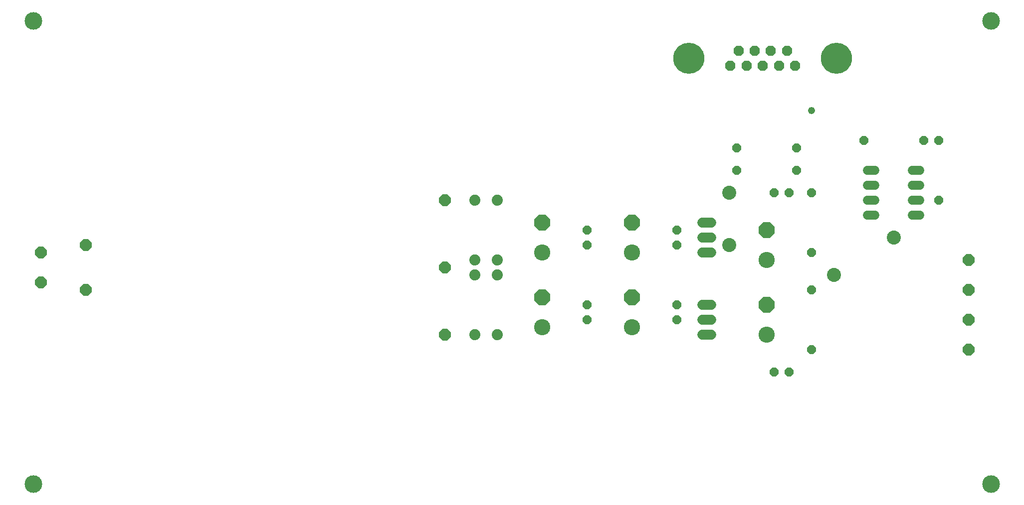
<source format=gts>
G75*
%MOIN*%
%OFA0B0*%
%FSLAX24Y24*%
%IPPOS*%
%LPD*%
%AMOC8*
5,1,8,0,0,1.08239X$1,22.5*
%
%ADD10OC8,0.0600*%
%ADD11C,0.1080*%
%ADD12OC8,0.1080*%
%ADD13C,0.0740*%
%ADD14OC8,0.0680*%
%ADD15C,0.2080*%
%ADD16C,0.0600*%
%ADD17C,0.0680*%
%ADD18C,0.1182*%
%ADD19OC8,0.0780*%
%ADD20C,0.0940*%
%ADD21C,0.0476*%
D10*
X039348Y013285D03*
X039348Y014285D03*
X045348Y014285D03*
X045348Y013285D03*
X051848Y009785D03*
X052848Y009785D03*
X054348Y011285D03*
X054348Y015285D03*
X054348Y017785D03*
X054348Y021785D03*
X052848Y021785D03*
X051848Y021785D03*
X053348Y023285D03*
X053348Y024785D03*
X049348Y024785D03*
X049348Y023285D03*
X045348Y019285D03*
X045348Y018285D03*
X039348Y018285D03*
X039348Y019285D03*
X057848Y025285D03*
X061848Y025285D03*
X062848Y025285D03*
X062848Y021285D03*
D11*
X051348Y017285D03*
X051348Y012285D03*
X042348Y012785D03*
X036348Y012785D03*
X036348Y017785D03*
X042348Y017785D03*
D12*
X042348Y019785D03*
X036348Y019785D03*
X036348Y014785D03*
X042348Y014785D03*
X051348Y014285D03*
X051348Y019285D03*
D13*
X033348Y017285D03*
X031848Y017285D03*
X031848Y016285D03*
X033348Y016285D03*
X033348Y012285D03*
X031848Y012285D03*
X031848Y021285D03*
X033348Y021285D03*
D14*
X048938Y030285D03*
X050018Y030285D03*
X051098Y030285D03*
X052178Y030285D03*
X053258Y030285D03*
X052718Y031285D03*
X051638Y031285D03*
X050558Y031285D03*
X049478Y031285D03*
D15*
X046168Y030785D03*
X056028Y030785D03*
D16*
X058088Y023285D02*
X058608Y023285D01*
X058608Y022285D02*
X058088Y022285D01*
X058088Y021285D02*
X058608Y021285D01*
X058608Y020285D02*
X058088Y020285D01*
X061088Y020285D02*
X061608Y020285D01*
X061608Y021285D02*
X061088Y021285D01*
X061088Y022285D02*
X061608Y022285D01*
X061608Y023285D02*
X061088Y023285D01*
D17*
X047648Y019785D02*
X047048Y019785D01*
X047048Y018785D02*
X047648Y018785D01*
X047648Y017785D02*
X047048Y017785D01*
X047048Y014285D02*
X047648Y014285D01*
X047648Y013285D02*
X047048Y013285D01*
X047048Y012285D02*
X047648Y012285D01*
D18*
X002348Y002285D03*
X002348Y033285D03*
X066348Y033285D03*
X066348Y002285D03*
D19*
X064848Y011285D03*
X064848Y013285D03*
X064848Y015285D03*
X064848Y017285D03*
X029848Y016785D03*
X029848Y012285D03*
X029848Y021285D03*
X005848Y018285D03*
X002848Y017785D03*
X002848Y015785D03*
X005848Y015285D03*
D20*
X048848Y018285D03*
X048848Y021785D03*
X055848Y016285D03*
X059848Y018785D03*
D21*
X054348Y027285D03*
M02*

</source>
